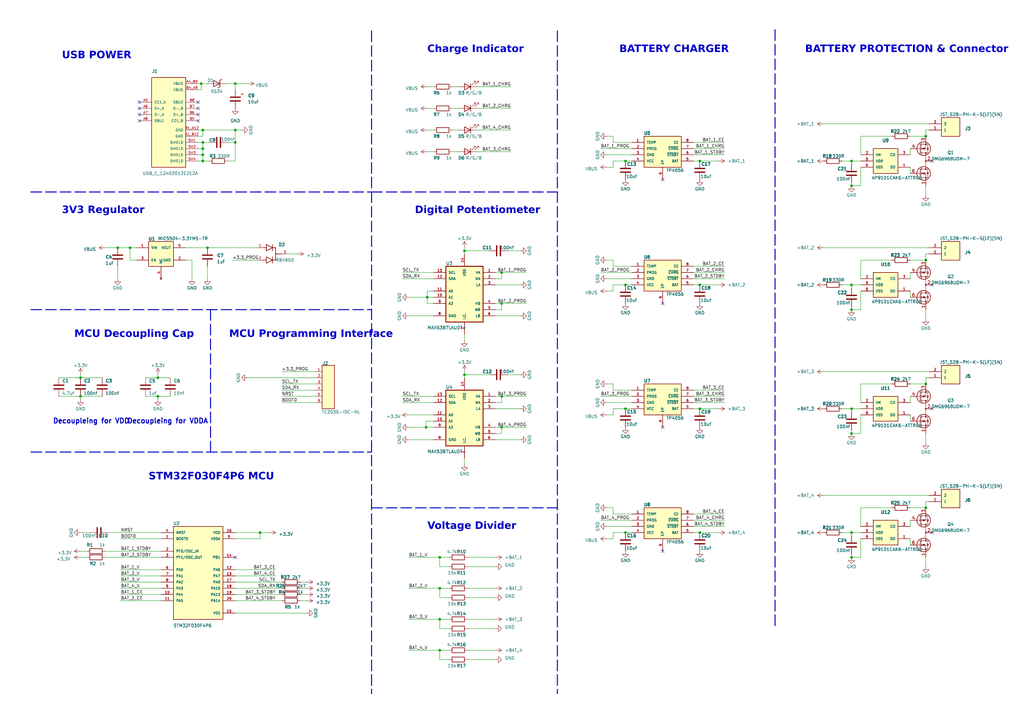
<source format=kicad_sch>
(kicad_sch (version 20230121) (generator eeschema)
  (paper "A3")
  (title_block (date "27/05/2023"))
  (junction (at 256.54 116.84))
  (junction (at 379.73 55.88))
  (junction (at 106.68 218.44))
  (junction (at 349.25 167.64))
  (junction (at 205.74 175.26))
  (junction (at 83.185 58.42))
  (junction (at 349.25 127))
  (junction (at 349.25 116.84))
  (junction (at 180.34 241.3))
  (junction (at 174.752 175.26))
  (junction (at 33.02 162.56))
  (junction (at 48.26 101.6))
  (junction (at 256.54 218.44))
  (junction (at 53.34 101.6))
  (junction (at 349.25 218.44))
  (junction (at 256.54 167.64))
  (junction (at 287.02 116.84))
  (junction (at 349.25 228.6))
  (junction (at 205.74 111.76))
  (junction (at 83.185 63.5))
  (junction (at 180.34 228.6))
  (junction (at 85.09 101.6))
  (junction (at 256.54 66.04))
  (junction (at 349.25 76.2))
  (junction (at 287.02 167.64))
  (junction (at 64.77 154.94))
  (junction (at 379.73 208.28))
  (junction (at 205.74 124.46))
  (junction (at 175.26 121.92))
  (junction (at 379.73 106.68))
  (junction (at 190.5 153.67))
  (junction (at 96.52 58.42))
  (junction (at 64.77 162.56))
  (junction (at 349.25 177.8))
  (junction (at 349.25 66.04))
  (junction (at 205.74 162.56))
  (junction (at 83.185 66.04))
  (junction (at 96.52 34.29))
  (junction (at 379.73 157.48))
  (junction (at 287.02 66.04))
  (junction (at 287.02 218.44))
  (junction (at 180.34 266.7))
  (junction (at 82.55 34.29))
  (junction (at 33.02 154.94))
  (junction (at 180.34 254))
  (junction (at 83.185 60.96))
  (junction (at 190.5 102.87))
  (junction (at 96.52 53.34))
  (junction (at 83.185 53.34))
  (no_connect (at 271.78 175.26))
  (no_connect (at 81.28 49.53))
  (no_connect (at 271.78 124.46))
  (no_connect (at 57.15 49.53))
  (no_connect (at 382.27 116.84))
  (no_connect (at 81.28 46.99))
  (no_connect (at 57.15 41.91))
  (no_connect (at 96.52 228.6))
  (no_connect (at 57.15 44.45))
  (no_connect (at 382.27 218.44))
  (no_connect (at 382.27 66.04))
  (no_connect (at 271.78 226.06))
  (no_connect (at 271.78 73.66))
  (no_connect (at 382.27 167.64))
  (no_connect (at 81.28 41.91))
  (no_connect (at 57.15 46.99))
  (no_connect (at 81.28 44.45))
  (wire (pts (xy 248.92 114.3) (xy 259.08 114.3)))
  (wire (pts (xy 373.38 213.36) (xy 373.38 215.9)))
  (wire (pts (xy 106.68 220.98) (xy 106.68 218.44)))
  (wire (pts (xy 174.752 172.72) (xy 174.752 175.26)))
  (wire (pts (xy 373.38 119.38) (xy 373.38 121.92)))
  (wire (pts (xy 379.73 104.14) (xy 379.73 106.68)))
  (wire (pts (xy 82.55 34.29) (xy 85.09 34.29)))
  (wire (pts (xy 129.54 165.1) (xy 115.57 165.1)))
  (wire (pts (xy 175.26 121.92) (xy 177.8 121.92)))
  (wire (pts (xy 165.1 165.1) (xy 177.8 165.1)))
  (wire (pts (xy 205.74 111.76) (xy 205.74 114.3)))
  (wire (pts (xy 115.57 162.56) (xy 129.54 162.56)))
  (wire (pts (xy 81.28 53.34) (xy 83.185 53.34)))
  (wire (pts (xy 284.48 215.9) (xy 297.18 215.9)))
  (wire (pts (xy 379.73 232.41) (xy 379.73 228.6)))
  (wire (pts (xy 373.38 106.68) (xy 379.73 106.68)))
  (wire (pts (xy 203.2 228.6) (xy 191.77 228.6)))
  (wire (pts (xy 96.52 236.22) (xy 113.03 236.22)))
  (wire (pts (xy 165.1 114.3) (xy 177.8 114.3)))
  (wire (pts (xy 345.44 218.44) (xy 349.25 218.44)))
  (wire (pts (xy 49.53 246.38) (xy 66.04 246.38)))
  (wire (pts (xy 259.08 210.82) (xy 251.46 210.82)))
  (wire (pts (xy 248.92 215.9) (xy 259.08 215.9)))
  (wire (pts (xy 205.74 114.3) (xy 203.2 114.3)))
  (wire (pts (xy 203.2 180.34) (xy 213.36 180.34)))
  (wire (pts (xy 129.54 152.4) (xy 115.57 152.4)))
  (wire (pts (xy 167.64 180.34) (xy 177.8 180.34)))
  (wire (pts (xy 82.55 34.29) (xy 82.55 36.83)))
  (wire (pts (xy 123.19 238.76) (xy 125.73 238.76)))
  (wire (pts (xy 83.185 58.42) (xy 85.852 58.42)))
  (wire (pts (xy 345.44 66.04) (xy 349.25 66.04)))
  (wire (pts (xy 248.92 165.1) (xy 259.08 165.1)))
  (wire (pts (xy 379.73 53.34) (xy 379.73 55.88)))
  (wire (pts (xy 337.82 50.8) (xy 381 50.8)))
  (wire (pts (xy 349.25 218.44) (xy 353.06 218.44)))
  (wire (pts (xy 180.34 257.81) (xy 180.34 254)))
  (wire (pts (xy 373.38 55.88) (xy 379.73 55.88)))
  (wire (pts (xy 184.15 232.41) (xy 180.34 232.41)))
  (wire (pts (xy 248.92 208.28) (xy 251.46 208.28)))
  (wire (pts (xy 49.53 236.22) (xy 66.04 236.22)))
  (wire (pts (xy 190.5 102.87) (xy 200.66 102.87)))
  (wire (pts (xy 287.02 167.64) (xy 294.64 167.64)))
  (wire (pts (xy 251.46 116.84) (xy 256.54 116.84)))
  (wire (pts (xy 33.02 162.56) (xy 41.91 162.56)))
  (wire (pts (xy 59.69 154.94) (xy 64.77 154.94)))
  (wire (pts (xy 175.26 62.23) (xy 177.8 62.23)))
  (wire (pts (xy 83.185 53.34) (xy 83.185 55.88)))
  (wire (pts (xy 49.53 233.68) (xy 66.04 233.68)))
  (wire (pts (xy 284.48 213.36) (xy 297.18 213.36)))
  (wire (pts (xy 205.74 124.46) (xy 205.74 127)))
  (wire (pts (xy 365.76 106.68) (xy 353.06 106.68)))
  (wire (pts (xy 174.752 175.26) (xy 177.8 175.26)))
  (wire (pts (xy 381 53.34) (xy 379.73 53.34)))
  (wire (pts (xy 203.2 116.84) (xy 213.36 116.84)))
  (wire (pts (xy 83.185 55.88) (xy 81.28 55.88)))
  (wire (pts (xy 195.58 62.23) (xy 209.55 62.23)))
  (wire (pts (xy 180.34 254) (xy 167.64 254)))
  (wire (pts (xy 203.2 254) (xy 191.77 254)))
  (wire (pts (xy 208.28 153.67) (xy 213.36 153.67)))
  (wire (pts (xy 96.52 66.04) (xy 93.345 66.04)))
  (wire (pts (xy 284.48 210.82) (xy 297.18 210.82)))
  (wire (pts (xy 96.52 58.42) (xy 96.52 66.04)))
  (wire (pts (xy 349.25 228.6) (xy 349.25 227.33)))
  (wire (pts (xy 337.82 152.4) (xy 381 152.4)))
  (wire (pts (xy 203.2 167.64) (xy 213.36 167.64)))
  (wire (pts (xy 251.46 218.44) (xy 256.54 218.44)))
  (wire (pts (xy 83.185 66.04) (xy 85.725 66.04)))
  (wire (pts (xy 349.25 228.6) (xy 353.06 228.6)))
  (wire (pts (xy 177.8 119.38) (xy 175.26 119.38)))
  (wire (pts (xy 180.34 232.41) (xy 180.34 228.6)))
  (wire (pts (xy 185.42 53.34) (xy 187.96 53.34)))
  (wire (pts (xy 248.92 157.48) (xy 251.46 157.48)))
  (wire (pts (xy 205.74 127) (xy 203.2 127)))
  (wire (pts (xy 205.74 175.26) (xy 205.74 177.8)))
  (wire (pts (xy 81.28 63.5) (xy 83.185 63.5)))
  (wire (pts (xy 129.54 157.48) (xy 115.57 157.48)))
  (wire (pts (xy 190.5 101.6) (xy 190.5 102.87)))
  (wire (pts (xy 190.5 153.67) (xy 200.66 153.67)))
  (wire (pts (xy 205.74 162.56) (xy 205.74 165.1)))
  (polyline (pts (xy 317.881 12.192) (xy 317.881 257.302)) (stroke (width 0.4) (type dash)))
  (wire (pts (xy 167.64 170.18) (xy 177.8 170.18)))
  (wire (pts (xy 24.13 154.94) (xy 33.02 154.94)))
  (wire (pts (xy 284.48 114.3) (xy 297.18 114.3)))
  (wire (pts (xy 96.52 243.84) (xy 115.57 243.84)))
  (polyline (pts (xy 12.7 78.74) (xy 152.4 78.74)) (stroke (width 0.4) (type dash)))
  (wire (pts (xy 248.92 63.5) (xy 259.08 63.5)))
  (wire (pts (xy 203.2 245.11) (xy 191.77 245.11)))
  (wire (pts (xy 349.25 127) (xy 353.06 127)))
  (wire (pts (xy 43.18 101.6) (xy 48.26 101.6)))
  (wire (pts (xy 205.74 162.56) (xy 203.2 162.56)))
  (wire (pts (xy 353.06 68.58) (xy 353.06 76.2)))
  (wire (pts (xy 337.82 203.2) (xy 381 203.2)))
  (wire (pts (xy 184.15 254) (xy 180.34 254)))
  (wire (pts (xy 175.26 124.46) (xy 177.8 124.46)))
  (wire (pts (xy 379.73 130.81) (xy 379.73 127)))
  (wire (pts (xy 165.1 162.56) (xy 177.8 162.56)))
  (wire (pts (xy 167.64 175.26) (xy 174.752 175.26)))
  (wire (pts (xy 81.28 66.04) (xy 83.185 66.04)))
  (wire (pts (xy 349.25 67.31) (xy 349.25 66.04)))
  (wire (pts (xy 205.74 124.46) (xy 215.9 124.46)))
  (wire (pts (xy 184.15 257.81) (xy 180.34 257.81)))
  (wire (pts (xy 373.38 208.28) (xy 379.73 208.28)))
  (wire (pts (xy 349.25 177.8) (xy 349.25 176.53)))
  (wire (pts (xy 248.92 170.18) (xy 251.46 170.18)))
  (wire (pts (xy 76.2 101.6) (xy 85.09 101.6)))
  (wire (pts (xy 53.34 106.68) (xy 53.34 101.6)))
  (wire (pts (xy 175.26 121.92) (xy 175.26 124.46)))
  (wire (pts (xy 167.64 121.92) (xy 175.26 121.92)))
  (wire (pts (xy 123.19 241.3) (xy 125.73 241.3)))
  (wire (pts (xy 246.38 111.76) (xy 259.08 111.76)))
  (wire (pts (xy 251.46 66.04) (xy 251.46 68.58)))
  (wire (pts (xy 92.71 34.29) (xy 96.52 34.29)))
  (wire (pts (xy 184.15 241.3) (xy 180.34 241.3)))
  (wire (pts (xy 48.26 101.6) (xy 53.34 101.6)))
  (wire (pts (xy 190.5 152.4) (xy 190.5 153.67)))
  (wire (pts (xy 121.92 104.14) (xy 118.11 104.14)))
  (wire (pts (xy 190.5 153.67) (xy 190.5 154.94)))
  (wire (pts (xy 64.77 162.56) (xy 64.77 163.83)))
  (wire (pts (xy 259.08 160.02) (xy 251.46 160.02)))
  (wire (pts (xy 251.46 210.82) (xy 251.46 208.28)))
  (wire (pts (xy 203.2 270.51) (xy 191.77 270.51)))
  (wire (pts (xy 195.58 44.45) (xy 209.55 44.45)))
  (wire (pts (xy 83.185 60.96) (xy 83.185 63.5)))
  (wire (pts (xy 96.52 251.46) (xy 125.73 251.46)))
  (wire (pts (xy 205.74 162.56) (xy 215.9 162.56)))
  (polyline (pts (xy 12.7 185.42) (xy 152.4 185.42)) (stroke (width 0.4) (type dash)))
  (wire (pts (xy 251.46 58.42) (xy 251.46 55.88)))
  (polyline (pts (xy 12.7 127) (xy 152.4 127)) (stroke (width 0.4) (type dash)))
  (wire (pts (xy 349.25 167.64) (xy 353.06 167.64)))
  (wire (pts (xy 53.34 101.6) (xy 55.88 101.6)))
  (wire (pts (xy 259.08 66.04) (xy 256.54 66.04)))
  (wire (pts (xy 95.25 106.68) (xy 105.41 106.68)))
  (wire (pts (xy 284.48 160.02) (xy 297.18 160.02)))
  (wire (pts (xy 259.08 58.42) (xy 251.46 58.42)))
  (wire (pts (xy 246.38 213.36) (xy 259.08 213.36)))
  (wire (pts (xy 96.52 220.98) (xy 106.68 220.98)))
  (wire (pts (xy 256.54 218.44) (xy 259.08 218.44)))
  (wire (pts (xy 365.76 157.48) (xy 353.06 157.48)))
  (wire (pts (xy 83.185 58.42) (xy 83.185 60.96)))
  (wire (pts (xy 373.38 170.18) (xy 373.38 172.72)))
  (wire (pts (xy 284.48 66.04) (xy 287.02 66.04)))
  (wire (pts (xy 365.76 55.88) (xy 353.06 55.88)))
  (polyline (pts (xy 152.4 12.7) (xy 152.4 284.48)) (stroke (width 0.4) (type dash)))
  (wire (pts (xy 96.52 53.34) (xy 99.06 53.34)))
  (wire (pts (xy 381 104.14) (xy 379.73 104.14)))
  (wire (pts (xy 96.52 34.29) (xy 96.52 36.83)))
  (wire (pts (xy 205.74 124.46) (xy 203.2 124.46)))
  (wire (pts (xy 353.06 157.48) (xy 353.06 165.1)))
  (wire (pts (xy 353.06 220.98) (xy 353.06 228.6)))
  (wire (pts (xy 349.25 168.91) (xy 349.25 167.64)))
  (wire (pts (xy 83.185 53.34) (xy 96.52 53.34)))
  (wire (pts (xy 203.2 129.54) (xy 213.36 129.54)))
  (wire (pts (xy 184.15 228.6) (xy 180.34 228.6)))
  (wire (pts (xy 33.02 228.6) (xy 35.56 228.6)))
  (wire (pts (xy 287.02 116.84) (xy 294.64 116.84)))
  (wire (pts (xy 59.69 162.56) (xy 64.77 162.56)))
  (wire (pts (xy 125.73 243.84) (xy 123.19 243.84)))
  (wire (pts (xy 78.74 106.68) (xy 76.2 106.68)))
  (polyline (pts (xy 152.4 208.28) (xy 228.6 208.28)) (stroke (width 0.4) (type dash)))
  (wire (pts (xy 190.5 187.96) (xy 190.5 190.5)))
  (wire (pts (xy 345.44 116.84) (xy 349.25 116.84)))
  (wire (pts (xy 287.02 218.44) (xy 294.64 218.44)))
  (wire (pts (xy 96.52 53.34) (xy 96.52 58.42)))
  (wire (pts (xy 64.77 162.56) (xy 69.85 162.56)))
  (wire (pts (xy 78.74 114.3) (xy 78.74 106.68)))
  (wire (pts (xy 93.472 58.42) (xy 96.52 58.42)))
  (polyline (pts (xy 228.6 12.7) (xy 228.6 284.48)) (stroke (width 0.4) (type dash)))
  (wire (pts (xy 284.48 165.1) (xy 297.18 165.1)))
  (wire (pts (xy 248.92 55.88) (xy 251.46 55.88)))
  (wire (pts (xy 381 205.74) (xy 379.73 205.74)))
  (wire (pts (xy 284.48 60.96) (xy 297.18 60.96)))
  (wire (pts (xy 49.53 243.84) (xy 66.04 243.84)))
  (wire (pts (xy 190.5 137.16) (xy 190.5 139.7)))
  (wire (pts (xy 379.73 154.94) (xy 379.73 157.48)))
  (wire (pts (xy 256.54 66.04) (xy 251.46 66.04)))
  (wire (pts (xy 251.46 160.02) (xy 251.46 157.48)))
  (wire (pts (xy 284.48 218.44) (xy 287.02 218.44)))
  (wire (pts (xy 349.25 219.71) (xy 349.25 218.44)))
  (wire (pts (xy 174.752 172.72) (xy 177.8 172.72)))
  (wire (pts (xy 284.48 162.56) (xy 297.18 162.56)))
  (wire (pts (xy 81.28 60.96) (xy 83.185 60.96)))
  (wire (pts (xy 36.83 218.44) (xy 33.02 218.44)))
  (wire (pts (xy 248.92 119.38) (xy 251.46 119.38)))
  (wire (pts (xy 284.48 58.42) (xy 297.18 58.42)))
  (wire (pts (xy 349.25 127) (xy 349.25 125.73)))
  (wire (pts (xy 33.02 162.56) (xy 33.02 163.83)))
  (wire (pts (xy 49.53 220.98) (xy 66.04 220.98)))
  (wire (pts (xy 175.26 53.34) (xy 177.8 53.34)))
  (wire (pts (xy 251.46 220.98) (xy 251.46 218.44)))
  (wire (pts (xy 373.38 162.56) (xy 373.38 165.1)))
  (wire (pts (xy 208.28 102.87) (xy 213.36 102.87)))
  (wire (pts (xy 184.15 266.7) (xy 180.34 266.7)))
  (wire (pts (xy 184.15 245.11) (xy 180.34 245.11)))
  (wire (pts (xy 353.06 119.38) (xy 353.06 127)))
  (wire (pts (xy 349.25 76.2) (xy 353.06 76.2)))
  (wire (pts (xy 284.48 111.76) (xy 297.18 111.76)))
  (wire (pts (xy 345.44 167.64) (xy 349.25 167.64)))
  (wire (pts (xy 48.26 109.22) (xy 48.26 114.3)))
  (wire (pts (xy 175.26 44.45) (xy 177.8 44.45)))
  (wire (pts (xy 167.64 129.54) (xy 177.8 129.54)))
  (wire (pts (xy 175.26 35.56) (xy 177.8 35.56)))
  (wire (pts (xy 353.06 170.18) (xy 353.06 177.8)))
  (wire (pts (xy 373.38 68.58) (xy 373.38 71.12)))
  (wire (pts (xy 85.09 109.22) (xy 85.09 114.3)))
  (wire (pts (xy 251.46 68.58) (xy 248.92 68.58)))
  (wire (pts (xy 129.54 154.94) (xy 101.6 154.94)))
  (wire (pts (xy 256.54 167.64) (xy 259.08 167.64)))
  (wire (pts (xy 373.38 220.98) (xy 373.38 223.52)))
  (wire (pts (xy 49.53 238.76) (xy 66.04 238.76)))
  (wire (pts (xy 190.5 102.87) (xy 190.5 104.14)))
  (wire (pts (xy 353.06 55.88) (xy 353.06 63.5)))
  (wire (pts (xy 44.45 218.44) (xy 66.04 218.44)))
  (wire (pts (xy 251.46 109.22) (xy 251.46 106.68)))
  (wire (pts (xy 373.38 60.96) (xy 373.38 63.5)))
  (wire (pts (xy 246.38 60.96) (xy 259.08 60.96)))
  (wire (pts (xy 379.73 80.01) (xy 379.73 76.2)))
  (wire (pts (xy 246.38 162.56) (xy 259.08 162.56)))
  (wire (pts (xy 256.54 116.84) (xy 259.08 116.84)))
  (wire (pts (xy 287.02 66.04) (xy 294.64 66.04)))
  (wire (pts (xy 180.34 270.51) (xy 180.34 266.7)))
  (wire (pts (xy 49.53 241.3) (xy 66.04 241.3)))
  (wire (pts (xy 379.73 205.74) (xy 379.73 208.28)))
  (wire (pts (xy 24.13 162.56) (xy 33.02 162.56)))
  (wire (pts (xy 180.34 245.11) (xy 180.34 241.3)))
  (wire (pts (xy 96.52 218.44) (xy 106.68 218.44)))
  (wire (pts (xy 33.02 154.94) (xy 41.91 154.94)))
  (wire (pts (xy 43.18 226.06) (xy 66.04 226.06)))
  (wire (pts (xy 379.73 181.61) (xy 379.73 177.8)))
  (wire (pts (xy 349.25 118.11) (xy 349.25 116.84)))
  (wire (pts (xy 96.52 233.68) (xy 113.03 233.68)))
  (wire (pts (xy 180.34 228.6) (xy 167.64 228.6)))
  (wire (pts (xy 180.34 266.7) (xy 167.64 266.7)))
  (wire (pts (xy 81.28 58.42) (xy 83.185 58.42)))
  (wire (pts (xy 195.58 53.34) (xy 209.55 53.34)))
  (wire (pts (xy 337.82 101.6) (xy 381 101.6)))
  (wire (pts (xy 43.18 228.6) (xy 66.04 228.6)))
  (wire (pts (xy 125.73 246.38) (xy 123.19 246.38)))
  (polyline (pts (xy 152.4 78.74) (xy 228.6 78.74)) (stroke (width 0.4) (type dash)))
  (wire (pts (xy 205.74 177.8) (xy 203.2 177.8)))
  (wire (pts (xy 381 154.94) (xy 379.73 154.94)))
  (wire (pts (xy 203.2 241.3) (xy 191.77 241.3)))
  (wire (pts (xy 365.76 208.28) (xy 353.06 208.28)))
  (wire (pts (xy 251.46 170.18) (xy 251.46 167.64)))
  (wire (pts (xy 185.42 35.56) (xy 187.96 35.56)))
  (wire (pts (xy 96.52 246.38) (xy 115.57 246.38)))
  (wire (pts (xy 96.52 238.76) (xy 115.57 238.76)))
  (wire (pts (xy 205.74 111.76) (xy 203.2 111.76)))
  (wire (pts (xy 353.06 208.28) (xy 353.06 215.9)))
  (wire (pts (xy 82.55 36.83) (xy 81.28 36.83)))
  (wire (pts (xy 64.77 154.94) (xy 69.85 154.94)))
  (wire (pts (xy 185.42 44.45) (xy 187.96 44.45)))
  (wire (pts (xy 82.55 34.29) (xy 81.28 34.29)))
  (wire (pts (xy 83.185 63.5) (xy 83.185 66.04)))
  (polyline (pts (xy 86.36 127) (xy 86.36 185.42)) (stroke (width 0.4) (type dash)))
  (wire (pts (xy 64.77 153.67) (xy 64.77 154.94)))
  (wire (pts (xy 373.38 111.76) (xy 373.38 114.3)))
  (wire (pts (xy 96.52 34.29) (xy 101.6 34.29)))
  (wire (pts (xy 185.42 62.23) (xy 187.96 62.23)))
  (wire (pts (xy 180.34 241.3) (xy 167.64 241.3)))
  (wire (pts (xy 106.68 218.44) (xy 110.49 218.44)))
  (wire (pts (xy 373.38 157.48) (xy 379.73 157.48)))
  (wire (pts (xy 353.06 106.68) (xy 353.06 114.3)))
  (wire (pts (xy 284.48 116.84) (xy 287.02 116.84)))
  (wire (pts (xy 349.25 116.84) (xy 353.06 116.84)))
  (wire (pts (xy 195.58 35.56) (xy 209.55 35.56)))
  (wire (pts (xy 349.25 177.8) (xy 353.06 177.8)))
  (wire (pts (xy 259.08 109.22) (xy 251.46 109.22)))
  (wire (pts (xy 251.46 167.64) (xy 256.54 167.64)))
  (wire (pts (xy 349.25 76.2) (xy 349.25 74.93)))
  (wire (pts (xy 205.74 175.26) (xy 215.9 175.26)))
  (wire (pts (xy 251.46 119.38) (xy 251.46 116.84)))
  (wire (pts (xy 251.46 106.68) (xy 248.92 106.68)))
  (wire (pts (xy 96.52 241.3) (xy 115.57 241.3)))
  (wire (pts (xy 55.88 106.68) (xy 53.34 106.68)))
  (wire (pts (xy 129.54 160.02) (xy 115.57 160.02)))
  (wire (pts (xy 284.48 167.64) (xy 287.02 167.64)))
  (wire (pts (xy 248.92 220.98) (xy 251.46 220.98)))
  (wire (pts (xy 205.74 175.26) (xy 203.2 175.26)))
  (wire (pts (xy 85.09 101.6) (xy 105.41 101.6)))
  (wire (pts (xy 205.74 165.1) (xy 203.2 165.1)))
  (wire (pts (xy 203.2 257.81) (xy 191.77 257.81)))
  (wire (pts (xy 165.1 111.76) (xy 177.8 111.76)))
  (wire (pts (xy 205.74 111.76) (xy 215.9 111.76)))
  (wire (pts (xy 284.48 63.5) (xy 297.18 63.5)))
  (wire (pts (xy 284.48 109.22) (xy 297.18 109.22)))
  (wire (pts (xy 203.2 266.7) (xy 191.77 266.7)))
  (wire (pts (xy 33.02 153.67) (xy 33.02 154.94)))
  (wire (pts (xy 203.2 232.41) (xy 191.77 232.41)))
  (wire (pts (xy 184.15 270.51) (xy 180.34 270.51)))
  (wire (pts (xy 33.02 226.06) (xy 35.56 226.06)))
  (wire (pts (xy 349.25 66.04) (xy 353.06 66.04)))
  (wire (pts (xy 175.26 119.38) (xy 175.26 121.92)))
  (text "STM32F030F4P6 MCU\n" (at 60.96 198.12 0) (effects (font (size 3 3) (thickness 0.6) bold) (justify left bottom)))
  (text "Charge Indicator\n" (at 175.26 22.86 0) (effects (font (size 3 3) (thickness 0.6) bold) (justify left bottom)))
  (text "Voltage Divider\n" (at 175.26 218.44 0) (effects (font (size 3 3) (thickness 0.6) bold) (justify left bottom)))
  (text "MCU Programming Interface" (at 93.98 139.7 0) (effects (font (size 3 3) (thickness 0.6) bold) (justify left bottom)))
  (text "USB POWER\n" (at 25.4 25.4 0) (effects (font (size 3 3) (thickness 1) bold) (justify left bottom)))
  (text "Decoupleing for VDDA" (at 52.07 173.99 0) (effects (font (size 2 2) (thickness 0.4) bold) (justify left bottom)))
  (text "BATTERY PROTECTION & Connector\n" (at 330.2 22.86 0) (effects (font (size 3 3) (thickness 0.6) bold) (justify left bottom)))
  (text "3V3 Regulator" (at 25.4 88.9 0) (effects (font (size 3 3) (thickness 0.6) bold) (justify left bottom)))
  (text "Digital Potentiometer" (at 170.18 88.9 0) (effects (font (size 3 3) (thickness 0.6) bold) (justify left bottom)))
  (text "BATTERY CHARGER" (at 254 22.86 0) (effects (font (size 3 3) (thickness 0.6) bold) (justify left bottom)))
  (text "Decoupleing for VDD\n" (at 21.59 173.99 0) (effects (font (size 2 2) (thickness 0.4) bold) (justify left bottom)))
  (text "MCU Decoupling Cap" (at 30.48 139.7 0) (effects (font (size 3 3) (thickness 0.6) bold) (justify left bottom)))
  (label "BAT_2_CE" (at 49.53 246.38 0))
  (label "SCL_TX" (at 115.57 157.48 0))
  (label "BAT_1_CHRG" (at 209.55 35.56 180))
  (label "BAT_1_V" (at 49.53 233.68 0))
  (label "BAT_2_PROG" (at 215.9 124.46 180))
  (label "BAT_3_CE" (at 113.03 233.68 180))
  (label "BAT_4_STDBY" (at 297.18 215.9 180))
  (label "BAT_2_PROG" (at 246.38 111.76 0))
  (label "BAT_4_CHRG" (at 297.18 213.36 180))
  (label "BAT_4_CHRG" (at 209.55 53.34 180))
  (label "BAT_3_STDBY" (at 297.18 165.1 180))
  (label "BAT_2_CHRG" (at 297.18 111.76 180))
  (label "BAT_1_CHRG" (at 297.18 60.96 180))
  (label "BAT_4_V" (at 49.53 241.3 0))
  (label "BAT_1_CE" (at 297.18 58.42 180))
  (label "BAT_1_V" (at 167.64 228.6 0))
  (label "BAT_4_PROG" (at 215.9 175.26 180))
  (label "BAT_3_PROG" (at 215.9 162.56 180))
  (label "BOOT0" (at 115.57 165.1 0))
  (label "BAT_3_STDBY" (at 113.03 243.84 180))
  (label "+3.3_PROG" (at 115.57 152.4 0))
  (label "BAT_4_STDBY" (at 113.03 246.38 180))
  (label "BAT_2_STDBY" (at 297.18 114.3 180))
  (label "BAT_3_CE" (at 297.18 160.02 180))
  (label "SCL_TX" (at 165.1 162.56 0))
  (label "BAT_2_CHRG" (at 209.55 44.45 180))
  (label "BAT_3_V" (at 49.53 238.76 0))
  (label "SDA_RX" (at 115.57 160.02 0))
  (label "+3.3_PROG" (at 95.25 106.68 0))
  (label "NRST" (at 49.53 218.44 0))
  (label "BAT_1_STDBY" (at 297.18 63.5 180))
  (label "BAT_3_CHRG" (at 297.18 162.56 180))
  (label "BAT_3_V" (at 167.64 254 0))
  (label "BAT_3_CHRG" (at 209.55 62.23 180))
  (label "SCL_TX" (at 113.03 238.76 180))
  (label "BAT_2_CE" (at 297.18 109.22 180))
  (label "BAT_2_V" (at 49.53 236.22 0))
  (label "SCL_TX" (at 165.1 111.76 0))
  (label "BAT_1_CE" (at 49.53 243.84 0))
  (label "SDA_RX" (at 165.1 165.1 0))
  (label "BAT_2_V" (at 167.64 241.3 0))
  (label "BAT_2_STDBY" (at 49.53 228.6 0))
  (label "BAT_1_STDBY" (at 49.53 226.06 0))
  (label "BAT_4_PROG" (at 246.38 213.36 0))
  (label "BAT_3_PROG" (at 246.38 162.56 0))
  (label "BAT_4_V" (at 167.64 266.7 0))
  (label "SDA_RX" (at 113.03 241.3 180))
  (label "BOOT0" (at 49.53 220.98 0))
  (label "SDA_RX" (at 165.1 114.3 0))
  (label "BAT_4_CE" (at 113.03 236.22 180))
  (label "BAT_1_PROG" (at 215.9 111.76 180))
  (label "NRST" (at 115.57 162.56 0))
  (label "BAT_4_CE" (at 297.18 210.82 180))
  (label "BAT_1_PROG" (at 246.38 60.96 0))
  (symbol (lib_id "MechAsh_Library:AP9101CAK6-ATTRG1") (at 363.22 218.44 0) (unit 1)
    (property "Reference" "U12" (at 363.22 210.058 0) (effects (font bold)))
    (property "Value" "AP9101CAK6-ATTRG1" (at 357.505 226.06 0) (effects (justify left bottom)))
    (property "Footprint" "MechAsh_Footprint_Library:SOT-23-6" (effects hide))
    (property "MANUFACTURER" "Diodes Incorporated" (effects hide))
  )
  (symbol (lib_id "MechAsh_Library:R_0603") (at 341.63 116.84 0) (unit 1)
    (property "Reference" "R19" (at 339.2749 114.8293 0) (effects (font bold)))
    (property "Value" "330R" (at 343.8494 114.8293 0))
    (property "Footprint" "MechAsh_Footprint_Library:R_0603" (effects hide))
  )
  (symbol (lib_id "MechAsh_Library:+BAT_1") (at 337.82 50.8 90) (unit 1)
    (property "Reference" "#PWR072" (effects hide))
    (property "Value" "+BAT_1" (at 334.01 50.8 90) (effects (justify left)))
  )
  (symbol (lib_id "power:+3.3V") (at 110.49 218.44 270) (unit 1)
    (property "Reference" "#PWR016" (effects hide))
    (property "Value" "+3.3V" (at 114.3 219.075 90) (effects (justify left)))
  )
  (symbol (lib_id "MechAsh_Library:TP4056") (at 271.78 66.04 0) (unit 1)
    (property "Reference" "U5" (at 265.43 54.61 0) (effects (font bold)))
    (property "Value" "TP4056" (at 276.86 69.85 0))
    (property "Footprint" "MechAsh_Footprint_Library:SOP8-EP" (effects hide))
  )
  (symbol (lib_id "power:+3.3V") (at 64.77 153.67 0) (unit 1)
    (property "Reference" "#PWR07" (effects hide))
    (property "Value" "+3.3V" (at 64.77 149.86 0))
  )
  (symbol (lib_id "MechAsh_Library:C_0603") (at 204.47 153.67 90) (unit 1)
    (property "Reference" "C12" (at 201.93 152.4 90) (effects (font bold) (justify left)))
    (property "Value" "100nf" (at 210.82 152.4 90) (effects (justify left)))
    (property "Footprint" "MechAsh_Footprint_Library:C_0603" (effects hide))
  )
  (symbol (lib_id "power:GND") (at 33.02 163.83 0) (unit 1)
    (property "Reference" "#PWR02" (effects hide))
    (property "Value" "GND" (at 33.02 167.64 0))
  )
  (symbol (lib_id "power:GND") (at 78.74 114.3 0) (unit 1)
    (property "Reference" "#PWR09" (effects hide))
    (property "Value" "GND" (at 78.74 118.11 0))
  )
  (symbol (lib_id "MechAsh_Library:R_0603") (at 187.96 266.7 180) (unit 1)
    (property "Reference" "R16" (at 189.23 264.414 0) (effects (font bold)))
    (property "Value" "4.7k" (at 185.42 264.414 0))
    (property "Footprint" "MechAsh_Footprint_Library:R_0603" (effects hide))
  )
  (symbol (lib_id "MechAsh_Library:C_0603") (at 85.09 105.41 0) (unit 1)
    (property "Reference" "C7" (at 88.9 104.775 0) (effects (font bold) (justify left)))
    (property "Value" "1uf" (at 88.9 107.315 0) (effects (justify left)))
    (property "Footprint" "MechAsh_Footprint_Library:C_0603" (effects hide))
  )
  (symbol (lib_id "power:VBUS") (at 175.26 53.34 90) (unit 1)
    (property "Reference" "#PWR028" (effects hide))
    (property "Value" "VBUS" (at 171.45 53.975 90) (effects (justify left)))
  )
  (symbol (lib_id "MechAsh_Library:R_0603") (at 369.57 208.28 0) (unit 1)
    (property "Reference" "R25" (at 367.2149 206.2693 0) (effects (font bold)))
    (property "Value" "2k7" (at 371.7894 206.2693 0))
    (property "Footprint" "MechAsh_Footprint_Library:R_0603" (effects hide))
  )
  (symbol (lib_id "MechAsh_Library:C_0603") (at 69.85 158.75 0) (unit 1)
    (property "Reference" "C6" (at 71.12 156.21 0) (effects (font bold) (justify left)))
    (property "Value" "10nf" (at 71.12 161.29 0) (effects (justify left)))
    (property "Footprint" "MechAsh_Footprint_Library:C_0603" (effects hide))
  )
  (symbol (lib_id "MechAsh_Library:+BAT_2") (at 337.82 101.6 90) (unit 1)
    (property "Reference" "#PWR074" (effects hide))
    (property "Value" "+BAT_2" (at 334.01 101.6 90) (effects (justify left)))
  )
  (symbol (lib_id "power:+3.3V") (at 33.02 228.6 90) (unit 1)
    (property "Reference" "#PWR04" (effects hide))
    (property "Value" "+3.3V" (at 28.956 229.235 90) (effects (justify left)))
  )
  (symbol (lib_id "MechAsh_Library:R_0603") (at 119.38 246.38 180) (unit 1)
    (property "Reference" "R5" (at 118.11 248.92 0) (effects (font bold)))
    (property "Value" "1k" (at 121.92 248.92 0))
    (property "Footprint" "MechAsh_Footprint_Library:R_0603" (effects hide))
  )
  (symbol (lib_id "power:GND") (at 213.36 180.34 90) (unit 1)
    (property "Reference" "#PWR047" (effects hide))
    (property "Value" "GND" (at 217.17 180.34 0))
  )
  (symbol (lib_id "MechAsh_Library:+BAT_4") (at 294.64 218.44 270) (unit 1)
    (property "Reference" "#PWR071" (effects hide))
    (property "Value" "+BAT_4" (at 298.45 218.44 90) (effects (justify left)))
  )
  (symbol (lib_id "power:GND") (at 203.2 270.51 90) (unit 1)
    (property "Reference" "#PWR041" (effects hide))
    (property "Value" "GND" (at 207.01 269.875 90) (effects (justify right)))
  )
  (symbol (lib_id "power:GND") (at 379.73 80.01 0) (unit 1)
    (property "Reference" "#PWR084" (effects hide))
    (property "Value" "GND" (at 379.73 83.82 0))
  )
  (symbol (lib_id "MechAsh_Library:R_0603") (at 187.96 245.11 180) (unit 1)
    (property "Reference" "R13" (at 189.23 247.65 0) (effects (font bold)))
    (property "Value" "15k" (at 185.42 247.65 0))
    (property "Footprint" "MechAsh_Footprint_Library:R_0603" (effects hide))
  )
  (symbol (lib_id "power:+3.3V") (at 190.5 152.4 0) (unit 1)
    (property "Reference" "#PWR032" (effects hide))
    (property "Value" "+3.3V" (at 190.5 148.59 0))
  )
  (symbol (lib_id "MechAsh_Library:C_0603") (at 41.91 158.75 0) (unit 1)
    (property "Reference" "C3" (at 43.18 156.21 0) (effects (font bold) (justify left)))
    (property "Value" "100nf" (at 43.18 161.29 0) (effects (justify left)))
    (property "Footprint" "MechAsh_Footprint_Library:C_0603" (effects hide))
  )
  (symbol (lib_id "MechAsh_Library:+BAT_4") (at 337.82 218.44 90) (unit 1)
    (property "Reference" "#PWR079" (effects hide))
    (property "Value" "+BAT_4" (at 334.01 218.44 90) (effects (justify left)))
  )
  (symbol (lib_id "power:GND") (at 213.36 129.54 90) (unit 1)
    (property "Reference" "#PWR044" (effects hide))
    (property "Value" "GND" (at 217.17 129.54 0))
  )
  (symbol (lib_id "MechAsh_Library:JST_S2B-PH-K-S(LF)(SN)") (at 391.16 53.34 0) (mirror x) (unit 1)
    (property "Reference" "J3" (at 395.605 52.705 0) (effects (font bold) (justify left)))
    (property "Value" "JST_S2B-PH-K-S(LF)(SN)" (at 385.318 46.228 0) (effects (justify left bottom)))
    (property "Footprint" "MechAsh_Footprint_Library:JST_S2B-PH-K-S(LF)(SN)" (effects hide))
    (property "MF" "JST Sales" (effects hide))
    (property "DESCRIPTION" "Connector Header Through Hole, Right Angle 2 position" (effects hide))
  )
  (symbol (lib_id "power:VBUS") (at 43.18 101.6 90) (unit 1)
    (property "Reference" "#PWR05" (effects hide))
    (property "Value" "VBUS" (at 39.37 102.235 90) (effects (justify left)))
  )
  (symbol (lib_id "power:GND") (at 64.77 163.83 0) (unit 1)
    (property "Reference" "#PWR08" (effects hide))
    (property "Value" "GND" (at 64.77 167.64 0))
  )
  (symbol (lib_id "power:GND") (at 213.36 116.84 90) (unit 1)
    (property "Reference" "#PWR043" (effects hide))
    (property "Value" "GND" (at 217.17 116.84 0))
  )
  (symbol (lib_id "MechAsh_Library:C_0603") (at 349.25 71.12 180) (unit 1)
    (property "Reference" "C21" (at 347.5389 69.2251 0) (effects (font bold) (justify left)))
    (property "Value" "100nf" (at 348.7289 73.3634 0) (effects (justify left)))
    (property "Footprint" "MechAsh_Footprint_Library:C_0603" (effects hide))
  )
  (symbol (lib_id "MechAsh_Library:+BAT_4") (at 337.82 203.2 90) (unit 1)
    (property "Reference" "#PWR078" (effects hide))
    (property "Value" "+BAT_4" (at 334.01 203.2 90) (effects (justify left)))
  )
  (symbol (lib_id "power:GND") (at 248.92 165.1 270) (unit 1)
    (property "Reference" "#PWR055" (effects hide))
    (property "Value" "GND" (at 245.11 165.1 0))
  )
  (symbol (lib_id "MechAsh_Library:+BAT_2") (at 337.82 116.84 90) (unit 1)
    (property "Reference" "#PWR075" (effects hide))
    (property "Value" "+BAT_2" (at 334.01 116.84 90) (effects (justify left)))
  )
  (symbol (lib_id "MechAsh_Library:+BAT_1") (at 294.64 66.04 270) (unit 1)
    (property "Reference" "#PWR068" (effects hide))
    (property "Value" "+BAT_1" (at 298.45 66.04 90) (effects (justify left)))
  )
  (symbol (lib_id "MechAsh_Library:R_0603") (at 119.38 238.76 0) (unit 1)
    (property "Reference" "R27" (at 117.0249 236.7493 0) (effects (font bold)))
    (property "Value" "2k7" (at 121.5994 236.7493 0))
    (property "Footprint" "MechAsh_Footprint_Library:R_0603" (effects hide))
  )
  (symbol (lib_id "MechAsh_Library:+BAT_3") (at 337.82 152.4 90) (unit 1)
    (property "Reference" "#PWR076" (effects hide))
    (property "Value" "+BAT_3" (at 334.01 152.4 90) (effects (justify left)))
  )
  (symbol (lib_id "power:GND") (at 379.73 232.41 0) (unit 1)
    (property "Reference" "#PWR087" (effects hide))
    (property "Value" "GND" (at 379.73 236.22 0))
  )
  (symbol (lib_id "power:GND") (at 248.92 63.5 270) (unit 1)
    (property "Reference" "#PWR049" (effects hide))
    (property "Value" "GND" (at 245.11 63.5 0))
  )
  (symbol (lib_id "MechAsh_Library:SD_SOT23_3") (at 110.49 104.14 270) (unit 1)
    (property "Reference" "D2" (at 115.57 100.33 90) (effects (font bold)))
    (property "Value" "RB495D" (at 116.84 106.68 90))
    (property "Footprint" "MechAsh_Footprint_Library:SOT-23-3" (effects hide))
  )
  (symbol (lib_id "MechAsh_Library:+BAT_4") (at 203.2 266.7 270) (unit 1)
    (property "Reference" "#PWR040" (effects hide))
    (property "Value" "+BAT_4" (at 207.01 266.7 90) (effects (justify left)))
  )
  (symbol (lib_id "power:+3.3V") (at 167.64 170.18 90) (unit 1)
    (property "Reference" "#PWR023" (effects hide))
    (property "Value" "+3.3V" (at 164.338 170.815 90) (effects (justify left)))
  )
  (symbol (lib_id "MechAsh_Library:MIC5504-3.3YM5_TR") (at 66.04 104.14 0) (unit 1)
    (property "Reference" "U1" (at 60.706 98.806 0) (effects (font bold) (justify left bottom)))
    (property "Value" "MIC5504-3.3YM5-TR" (at 64.77 98.552 0) (effects (justify left bottom)))
    (property "Footprint" "MechAsh_Footprint_Library:SOT-23-5" (effects hide))
    (property "STANDARD" "IPC-7351B" (effects hide))
    (property "MANUFACTURER" "Microchip" (effects hide))
  )
  (symbol (lib_id "MechAsh_Library:C_0603") (at 256.54 171.45 0) (unit 1)
    (property "Reference" "C15" (at 259.08 168.91 0) (effects (font bold)))
    (property "Value" "10uf" (at 259.08 173.99 0))
    (property "Footprint" "MechAsh_Footprint_Library:C_0603" (effects hide))
  )
  (symbol (lib_id "MechAsh_Library:USB_C_12402012E212A") (at 63.5 44.45 0) (unit 1)
    (property "Reference" "J1" (at 63.5 29.21 0) (effects (font bold)))
    (property "Value" "USB_C_12402012E212A" (at 69.85 71.12 0))
    (property "Footprint" "MechAsh_Footprint_Library:USB_C_12402012E212A" (effects hide))
  )
  (symbol (lib_id "power:GND") (at 349.25 177.8 0) (unit 1)
    (property "Reference" "#PWR082" (effects hide))
    (property "Value" "GND" (at 349.25 181.61 0))
  )
  (symbol (lib_id "MechAsh_Library:R_0603") (at 187.96 254 180) (unit 1)
    (property "Reference" "R14" (at 189.23 251.714 0) (effects (font bold)))
    (property "Value" "4.7k" (at 185.42 251.714 0))
    (property "Footprint" "MechAsh_Footprint_Library:R_0603" (effects hide))
  )
  (symbol (lib_id "MechAsh_Library:+BAT_2") (at 294.64 116.84 270) (unit 1)
    (property "Reference" "#PWR069" (effects hide))
    (property "Value" "+BAT_2" (at 298.45 116.84 90) (effects (justify left)))
  )
  (symbol (lib_id "MechAsh_Library:JST_S2B-PH-K-S(LF)(SN)") (at 391.16 154.94 0) (mirror x) (unit 1)
    (property "Reference" "J5" (at 395.605 154.305 0) (effects (font bold) (justify left)))
    (property "Value" "JST_S2B-PH-K-S(LF)(SN)" (at 385.318 147.828 0) (effects (justify left bottom)))
    (property "Footprint" "MechAsh_Footprint_Library:JST_S2B-PH-K-S(LF)(SN)" (effects hide))
    (property "MF" "JST Sales" (effects hide))
    (property "DESCRIPTION" "Connector Header Through Hole, Right Angle 2 position" (effects hide))
  )
  (symbol (lib_id "MechAsh_Library:C_0603") (at 349.25 172.72 180) (unit 1)
    (property "Reference" "C23" (at 347.5389 170.8251 0) (effects (font bold) (justify left)))
    (property "Value" "100nf" (at 348.7289 174.9634 0) (effects (justify left)))
    (property "Footprint" "MechAsh_Footprint_Library:C_0603" (effects hide))
  )
  (symbol (lib_id "MechAsh_Library:MAX5387LAUDT") (at 190.5 121.92 0) (unit 1)
    (property "Reference" "U3" (at 182.88 108.712 0) (effects (justify left bottom)))
    (property "Value" "MAX5387LAUDT+" (at 175.26 135.128 0) (effects (justify left bottom)))
    (property "Footprint" "MechAsh_Footprint_Library:TSSOP-14" (effects hide))
  )
  (symbol (lib_id "power:GND") (at 349.25 76.2 0) (unit 1)
    (property "Reference" "#PWR080" (effects hide))
    (property "Value" "GND" (at 349.25 80.01 0))
  )
  (symbol (lib_id "power:GND") (at 287.02 175.26 0) (unit 1)
    (property "Reference" "#PWR066" (effects hide))
    (property "Value" "GND" (at 287.02 179.07 0))
  )
  (symbol (lib_id "power:GND") (at 213.36 102.87 90) (unit 1)
    (property "Reference" "#PWR042" (effects hide))
    (property "Value" "GND" (at 217.17 102.87 0))
  )
  (symbol (lib_id "power:GND") (at 287.02 73.66 0) (unit 1)
    (property "Reference" "#PWR064" (effects hide))
    (property "Value" "GND" (at 287.02 77.47 0))
  )
  (symbol (lib_id "MechAsh_Library:SD_DO_14") (at 88.9 34.29 180) (unit 1)
    (property "Reference" "D1" (at 86.36 33.02 0))
    (property "Value" "SS34" (at 88.9 37.465 0))
    (property "Footprint" "MechAsh_Footprint_Library:DO-214" (effects hide))
    (property "Part No." "SS34" (effects hide))
    (property "LCSC" "C8678" (effects hide))
  )
  (symbol (lib_id "power:GND") (at 248.92 215.9 270) (unit 1)
    (property "Reference" "#PWR058" (effects hide))
    (property "Value" "GND" (at 245.11 215.9 0))
  )
  (symbol (lib_id "MechAsh_Library:R_0603") (at 369.57 55.88 0) (unit 1)
    (property "Reference" "R22" (at 367.2149 53.8693 0) (effects (font bold)))
    (property "Value" "2k7" (at 371.7894 53.8693 0))
    (property "Footprint" "MechAsh_Footprint_Library:R_0603" (effects hide))
  )
  (symbol (lib_id "MechAsh_Library:AP9101CAK6-ATTRG1") (at 363.22 66.04 0) (unit 1)
    (property "Reference" "U9" (at 363.22 57.658 0) (effects (font bold)))
    (property "Value" "AP9101CAK6-ATTRG1" (at 357.505 73.66 0) (effects (justify left bottom)))
    (property "Footprint" "MechAsh_Footprint_Library:SOT-23-6" (effects hide))
    (property "MANUFACTURER" "Diodes Incorporated" (effects hide))
  )
  (symbol (lib_id "power:GND") (at 96.52 44.45 0) (unit 1)
    (property "Reference" "#PWR011" (effects hide))
    (property "Value" "GND" (at 96.52 49.53 0))
  )
  (symbol (lib_id "power:+3.3V") (at 33.02 153.67 0) (unit 1)
    (property "Reference" "#PWR01" (effects hide))
    (property "Value" "+3.3V" (at 33.02 149.86 0))
  )
  (symbol (lib_id "power:+3.3V") (at 121.92 104.14 270) (unit 1)
    (property "Reference" "#PWR017" (effects hide))
    (property "Value" "+3.3V" (at 125.73 104.775 90) (effects (justify left)))
  )
  (symbol (lib_id "MechAsh_Library:R_0603") (at 369.57 157.48 0) (unit 1)
    (property "Reference" "R24" (at 367.2149 155.4693 0) (effects (font bold)))
    (property "Value" "2k7" (at 371.7894 155.4693 0))
    (property "Footprint" "MechAsh_Footprint_Library:R_0603" (effects hide))
  )
  (symbol (lib_id "power:VBUS") (at 175.26 44.45 90) (unit 1)
    (property "Reference" "#PWR027" (effects hide))
    (property "Value" "VBUS" (at 171.45 45.085 90) (effects (justify left)))
  )
  (symbol (lib_id "power:VBUS") (at 175.26 35.56 90) (unit 1)
    (property "Reference" "#PWR026" (effects hide))
    (property "Value" "VBUS" (at 171.45 36.195 90) (effects (justify left)))
  )
  (symbol (lib_id "MechAsh_Library:C_0603") (at 256.54 69.85 0) (unit 1)
    (property "Reference" "C13" (at 259.08 67.31 0) (effects (font bold)))
    (property "Value" "10uf" (at 259.08 72.39 0))
    (property "Footprint" "MechAsh_Footprint_Library:C_0603" (effects hide))
  )
  (symbol (lib_id "MechAsh_Library:C_0603") (at 287.02 69.85 0) (unit 1)
    (property "Reference" "C17" (at 289.56 67.31 0) (effects (font bold)))
    (property "Value" "10uf" (at 289.56 72.39 0))
    (property "Footprint" "MechAsh_Footprint_Library:C_0603" (effects hide))
  )
  (symbol (lib_id "power:VBUS") (at 248.92 220.98 90) (unit 1)
    (property "Reference" "#PWR059" (effects hide))
    (property "Value" "VBUS" (at 245.11 221.615 90) (effects (justify left)))
  )
  (symbol (lib_id "MechAsh_Library:+BAT_1") (at 203.2 228.6 270) (unit 1)
    (property "Reference" "#PWR034" (effects hide))
    (property "Value" "+BAT_1" (at 207.01 228.6 90) (effects (justify left)))
  )
  (symbol (lib_id "MechAsh_Library:R_0603") (at 181.61 44.45 0) (unit 1)
    (property "Reference" "R7" (at 179.07 46.99 0) (effects (font bold)))
    (property "Value" "1k" (at 184.15 46.99 0))
    (property "Footprint" "MechAsh_Footprint_Library:R_0603" (effects hide))
  )
  (symbol (lib_id "MechAsh_Library:MAX5387LAUDT") (at 190.5 172.72 0) (unit 1)
    (property "Reference" "U4" (at 182.88 159.512 0) (effects (justify left bottom)))
    (property "Value" "MAX5387LAUDT+" (at 175.26 185.928 0) (effects (justify left bottom)))
    (property "Footprint" "MechAsh_Footprint_Library:TSSOP-14" (effects hide))
  )
  (symbol (lib_id "MechAsh_Library:LED_0603") (at 191.77 35.56 180) (unit 1)
    (property "Reference" "D3" (at 189.23 38.1 0) (effects (font bold)))
    (property "Value" "R/G/B" (at 194.31 38.1 0))
    (property "Footprint" "MechAsh_Footprint_Library:LED_0603" (effects hide))
  )
  (symbol (lib_id "MechAsh_Library:R_0603") (at 119.38 241.3 0) (unit 1)
    (property "Reference" "R26" (at 115.062 240.284 0) (effects (font bold)))
    (property "Value" "2k7" (at 123.698 240.284 0))
    (property "Footprint" "MechAsh_Footprint_Library:R_0603" (effects hide))
  )
  (symbol (lib_id "MechAsh_Library:C_0603") (at 349.25 121.92 180) (unit 1)
    (property "Reference" "C22" (at 347.5389 120.0251 0) (effects (font bold) (justify left)))
    (property "Value" "100nf" (at 348.7289 124.1634 0) (effects (justify left)))
    (property "Footprint" "MechAsh_Footprint_Library:C_0603" (effects hide))
  )
  (symbol (lib_id "power:+3.3V") (at 190.5 101.6 0) (unit 1)
    (property "Reference" "#PWR030" (effects hide))
    (property "Value" "+3.3V" (at 190.5 97.79 0))
  )
  (symbol (lib_id "MechAsh_Library:R_0603") (at 341.63 66.04 0) (unit 1)
    (property "Reference" "R18" (at 339.2749 64.0293 0) (effects (font bold)))
    (property "Value" "330R" (at 343.8494 64.0293 0))
    (property "Footprint" "MechAsh_Footprint_Library:R_0603" (effects hide))
  )
  (symbol (lib_id "power:GND") (at 203.2 245.11 90) (unit 1)
    (property "Reference" "#PWR037" (effects hide))
    (property "Value" "GND" (at 207.01 244.475 90) (effects (justify right)))
  )
  (symbol (lib_id "power:GND") (at 48.26 114.3 0) (unit 1)
    (property "Reference" "#PWR06" (effects hide))
    (property "Value" "GND" (at 48.26 118.11 0))
  )
  (symbol (lib_id "power:+3.3V") (at 125.73 238.76 270) (unit 1)
    (property "Reference" "#PWR089" (effects hide))
    (property "Value" "+3.3V" (at 129.54 239.395 90) (effects (justify left)))
  )
  (symbol (lib_id "MechAsh_Library:C_0603") (at 89.662 58.42 90) (unit 1)
    (property "Reference" "C8" (at 87.122 57.404 90) (effects (font bold)))
    (property "Value" "100nf" (at 93.472 57.15 90))
    (property "Footprint" "MechAsh_Footprint_Library:C_0603" (effects hide))
  )
  (symbol (lib_id "MechAsh_Library:R_0603") (at 187.96 257.81 180) (unit 1)
    (property "Reference" "R15" (at 189.23 260.35 0) (effects (font bold)))
    (property "Value" "15k" (at 185.42 260.35 0))
    (property "Footprint" "MechAsh_Footprint_Library:R_0603" (effects hide))
  )
  (symbol (lib_id "power:GND") (at 248.92 106.68 270) (unit 1)
    (property "Reference" "#PWR051" (effects hide))
    (property "Value" "GND" (at 245.11 106.68 0))
  )
  (symbol (lib_id "power:VBUS") (at 248.92 68.58 90) (unit 1)
    (property "Reference" "#PWR050" (effects hide))
    (property "Value" "VBUS" (at 245.11 69.215 90) (effects (justify left)))
  )
  (symbol (lib_id "power:+3.3V") (at 125.73 243.84 270) (unit 1)
    (property "Reference" "#PWR018" (effects hide))
    (property "Value" "+3.3V" (at 129.54 244.475 90) (effects (justify left)))
  )
  (symbol (lib_id "power:GND") (at 33.02 218.44 270) (unit 1)
    (property "Reference" "#PWR015" (effects hide))
    (property "Value" "GND" (at 29.21 218.44 0))
  )
  (symbol (lib_id "power:GND") (at 256.54 175.26 0) (unit 1)
    (property "Reference" "#PWR062" (effects hide))
    (property "Value" "GND" (at 256.54 179.07 0))
  )
  (symbol (lib_id "MechAsh_Library:R_0603") (at 89.535 66.04 0) (unit 1)
    (property "Reference" "R3" (at 87.1799 64.0293 0) (effects (font bold)))
    (property "Value" "330R" (at 91.7544 64.0293 0))
    (property "Footprint" "MechAsh_Footprint_Library:R_0603" (effects hide))
  )
  (symbol (lib_id "MechAsh_Library:C_0603") (at 287.02 171.45 0) (unit 1)
    (property "Reference" "C19" (at 289.56 168.91 0) (effects (font bold)))
    (property "Value" "10uf" (at 289.56 173.99 0))
    (property "Footprint" "MechAsh_Footprint_Library:C_0603" (effects hide))
  )
  (symbol (lib_id "power:GND") (at 125.73 251.46 90) (unit 1)
    (property "Reference" "#PWR020" (effects hide))
    (property "Value" "GND" (at 129.54 251.46 0))
  )
  (symbol (lib_id "MechAsh_Library:+BAT_3") (at 203.2 254 270) (unit 1)
    (property "Reference" "#PWR038" (effects hide))
    (property "Value" "+BAT_3" (at 207.01 254 90) (effects (justify left)))
  )
  (symbol (lib_id "power:VBUS") (at 248.92 170.18 90) (unit 1)
    (property "Reference" "#PWR056" (effects hide))
    (property "Value" "VBUS" (at 245.11 170.815 90) (effects (justify left)))
  )
  (symbol (lib_id "MechAsh_Library:STM32F030F4P6") (at 147.32 231.14 0) (unit 1)
    (property "Reference" "U2" (at 72.39 214.63 0))
    (property "Value" "STM32F030F4P6" (at 71.0987 257.3087 0) (effects (justify left bottom)))
    (property "Footprint" "MechAsh_Footprint_Library:TSSOP-20" (effects hide))
    (property "MF" "STMicroelectronics" (effects hide))
    (property "DESCRIPTION" "MCU 32-bit STM32F ARM Cortex M0 RISC 16KB Flash 2.5V/3.3V 20-Pin TSSOP Tray" (effects hide))
    (property "PACKAGE" "TSSOP-20 STMicroelectronics" (effects hide))
  )
  (symbol (lib_id "MechAsh_Library:R_0603") (at 181.61 35.56 0) (unit 1)
    (property "Reference" "R6" (at 179.07 38.1 0) (effects (font bold)))
    (property "Value" "1k" (at 184.15 38.1 0))
    (property "Footprint" "MechAsh_Footprint_Library:R_0603" (effects hide))
  )
  (symbol (lib_id "MechAsh_Library:AP9101CAK6-ATTRG1") (at 363.22 167.64 0) (unit 1)
    (property "Reference" "U11" (at 363.22 159.258 0) (effects (font bold)))
    (property "Value" "AP9101CAK6-ATTRG1" (at 357.505 175.26 0) (effects (justify left bottom)))
    (property "Footprint" "MechAsh_Footprint_Library:SOT-23-6" (effects hide))
    (property "MANUFACTURER" "Diodes Incorporated" (effects hide))
  )
  (symbol (lib_id "power:GND") (at 248.92 55.88 270) (unit 1)
    (property "Reference" "#PWR048" (effects hide))
    (property "Value" "GND" (at 245.11 55.88 0))
  )
  (symbol (lib_id "power:GND") (at 287.02 226.06 0) (unit 1)
    (property "Reference" "#PWR067" (effects hide))
    (property "Value" "GND" (at 287.02 229.87 0))
  )
  (symbol (lib_id "MechAsh_Library:R_0603") (at 39.37 226.06 0) (unit 1)
    (property "Reference" "R1" (at 36.83 223.52 0) (effects (font bold)))
    (property "Value" "1k" (at 41.91 223.52 0))
    (property "Footprint" "MechAsh_Footprint_Library:R_0603" (effects hide))
  )
  (symbol (lib_id "power:GND") (at 167.64 180.34 270) (unit 1)
    (property "Reference" "#PWR025" (effects hide))
    (property "Value" "GND" (at 163.83 180.34 0))
  )
  (symbol (lib_id "power:GND") (at 287.02 124.46 0) (unit 1)
    (property "Reference" "#PWR065" (effects hide))
    (property "Value" "GND" (at 287.02 128.27 0))
  )
  (symbol (lib_id "power:GND") (at 248.92 208.28 270) (unit 1)
    (property "Reference" "#PWR057" (effects hide))
    (property "Value" "GND" (at 245.11 208.28 0))
  )
  (symbol (lib_id "power:GND") (at 256.54 73.66 0) (unit 1)
    (property "Reference" "#PWR060" (effects hide))
    (property "Value" "GND" (at 256.54 77.47 0))
  )
  (symbol (lib_id "power:GND") (at 167.64 121.92 270) (unit 1)
    (property "Reference" "#PWR021" (effects hide))
    (property "Value" "GND" (at 163.83 121.92 0))
  )
  (symbol (lib_id "power:GND") (at 99.06 53.34 90) (unit 1)
    (property "Reference" "#PWR012" (effects hide))
    (property "Value" "GND" (at 102.87 53.34 0))
  )
  (symbol (lib_id "MechAsh_Library:R_0603") (at 341.63 167.64 0) (unit 1)
    (property "Reference" "R20" (at 339.2749 165.6293 0) (effects (font bold)))
    (property "Value" "330R" (at 343.8494 165.6293 0))
    (property "Footprint" "MechAsh_Footprint_Library:R_0603" (effects hide))
  )
  (symbol (lib_id "MechAsh_Library:C_0603") (at 40.64 218.44 90) (unit 1)
    (property "Reference" "C10" (at 44.45 219.71 90) (effects (font bold) (justify left)))
    (property "Value" "100nf" (at 39.37 219.71 90) (effects (justify left)))
    (property "Footprint" "MechAsh_Footprint_Library:C_0603" (effects hide))
  )
  (symbol (lib_id "MechAsh_Library:+BAT_2") (at 203.2 241.3 270) (unit 1)
    (property "Reference" "#PWR036" (effects hide))
    (property "Value" "+BAT_2" (at 207.01 241.3 90) (effects (justify left)))
  )
  (symbol (lib_id "MechAsh_Library:R_0603") (at 39.37 228.6 0) (unit 1)
    (property "Reference" "R2" (at 38.1 231.14 0) (effects (font bold)))
    (property "Value" "1k" (at 41.91 231.14 0))
    (property "Footprint" "MechAsh_Footprint_Library:R_0603" (effects hide))
  )
  (symbol (lib_id "MechAsh_Library:TP4056") (at 271.78 116.84 0) (unit 1)
    (property "Reference" "U6" (at 265.43 105.41 0) (effects (font bold)))
    (property "Value" "TP4056" (at 276.86 120.65 0))
    (property "Footprint" "MechAsh_Footprint_Library:SOP8-EP" (effects hide))
  )
  (symbol (lib_id "power:GND") (at 203.2 257.81 90) (unit 1)
    (property "Reference" "#PWR039" (effects hide))
    (property "Value" "GND" (at 207.01 257.175 90) (effects (justify right)))
  )
  (symbol (lib_id "power:GND") (at 349.25 228.6 0) (unit 1)
    (property "Reference" "#PWR083" (effects hide))
    (property "Value" "GND" (at 349.25 232.41 0))
  )
  (symbol (lib_id "MechAsh_Library:JST_S2B-PH-K-S(LF)(SN)") (at 391.16 205.74 0) (mirror x) (unit 1)
    (property "Reference" "J6" (at 395.605 205.105 0) (effects (font bold) (justify left)))
    (property "Value" "JST_S2B-PH-K-S(LF)(SN)" (at 385.318 198.628 0) (effects (justify left bottom)))
    (property "Footprint" "MechAsh_Footprint_Library:JST_S2B-PH-K-S(LF)(SN)" (effects hide))
    (property "MF" "JST Sales" (effects hide))
    (property "DESCRIPTION" "Connector Header Through Hole, Right Angle 2 position" (effects hide))
  )
  (symbol (lib_id "power:GND") (at 190.5 139.7 0) (unit 1)
    (property "Reference" "#PWR031" (effects hide))
    (property "Value" "GND" (at 190.5 143.51 0))
  )
  (symbol (lib_id "power:GND") (at 248.92 157.48 270) (unit 1)
    (property "Reference" "#PWR054" (effects hide))
    (property "Value" "GND" (at 245.11 157.48 0))
  )
  (symbol (lib_id "MechAsh_Library:+BAT_1") (at 337.82 66.04 90) (unit 1)
    (property "Reference" "#PWR073" (effects hide))
    (property "Value" "+BAT_1" (at 334.01 66.04 90) (effects (justify left)))
  )
  (symbol (lib_id "power:GND") (at 85.09 114.3 0) (unit 1)
    (property "Reference" "#PWR010" (effects hide))
    (property "Value" "GND" (at 85.09 118.11 0))
  )
  (symbol (lib_id "MechAsh_Library:DMG6968UDM-7") (at 379.73 167.64 0) (unit 1)
    (property "Reference" "Q3" (at 389.89 164.2111 0))
    (property "Value" "DMG6968UDM-7" (at 389.89 166.7511 0))
    (property "Footprint" "MechAsh_Footprint_Library:SOT-23-6" (effects hide))
  )
  (symbol (lib_id "power:GND") (at 256.54 124.46 0) (unit 1)
    (property "Reference" "#PWR061" (effects hide))
    (property "Value" "GND" (at 256.54 128.27 0))
  )
  (symbol (lib_id "MechAsh_Library:R_0603") (at 181.61 62.23 0) (unit 1)
    (property "Reference" "R9" (at 179.07 64.77 0) (effects (font bold)))
    (property "Value" "1k" (at 184.15 64.77 0))
    (property "Footprint" "MechAsh_Footprint_Library:R_0603" (effects hide))
  )
  (symbol (lib_id "MechAsh_Library:R_0603") (at 187.96 228.6 180) (unit 1)
    (property "Reference" "R10" (at 189.23 226.314 0) (effects (font bold)))
    (property "Value" "4.7k" (at 185.42 226.314 0))
    (property "Footprint" "MechAsh_Footprint_Library:R_0603" (effects hide))
  )
  (symbol (lib_id "power:GND") (at 256.54 226.06 0) (unit 1)
    (property "Reference" "#PWR063" (effects hide))
    (property "Value" "GND" (at 256.54 229.87 0))
  )
  (symbol (lib_id "power:GND") (at 213.36 153.67 90) (unit 1)
    (property "Reference" "#PWR045" (effects hide))
    (property "Value" "GND" (at 217.17 153.67 0))
  )
  (symbol (lib_id "MechAsh_Library:DMG6968UDM-7") (at 379.73 218.44 0) (unit 1)
    (property "Reference" "Q4" (at 389.89 215.0111 0))
    (property "Value" "DMG6968UDM-7" (at 389.89 217.5511 0))
    (property "Footprint" "MechAsh_Footprint_Library:SOT-23-6" (effects hide))
  )
  (symbol (lib_id "MechAsh_Library:TP4056") (at 271.78 218.44 0) (unit 1)
    (property "Reference" "U8" (at 265.43 207.01 0) (effects (font bold)))
    (property "Value" "TP4056" (at 276.86 222.25 0))
    (property "Footprint" "MechAsh_Footprint_Library:SOP8-EP" (effects hide))
  )
  (symbol (lib_id "power:GND") (at 167.64 129.54 270) (unit 1)
    (property "Reference" "#PWR022" (effects hide))
    (property "Value" "GND" (at 163.83 129.54 0))
  )
  (symbol (lib_id "MechAsh_Library:C_E_1206_T") (at 96.52 40.64 0) (unit 1)
    (property "Reference" "C9" (at 101.6 39.243 0) (effects (font bold) (justify left)))
    (property "Value" "10uf" (at 101.6 41.783 0) (effects (justify left)))
    (property "Footprint" "MechAsh_Footprint_Library:C_E_1206" (effects hide))
  )
  (symbol (lib_id "MechAsh_Library:TP4056") (at 271.78 167.64 0) (unit 1)
    (property "Reference" "U7" (at 265.43 156.21 0) (effects (font bold)))
    (property "Value" "TP4056" (at 276.86 171.45 0))
    (property "Footprint" "MechAsh_Footprint_Library:SOP8-EP" (effects hide))
  )
  (symbol (lib_id "power:GND") (at 167.64 175.26 270) (unit 1)
    (property "Reference" "#PWR024" (effects hide))
    (property "Value" "GND" (at 163.83 175.26 0))
  )
  (symbol (lib_id "MechAsh_Library:R_0603") (at 119.38 243.84 180) (unit 1)
    (property "Reference" "R4" (at 115.57 242.824 0) (effects (font bold)))
    (property "Value" "1k" (at 123.19 242.824 0))
    (property "Footprint" "MechAsh_Footprint_Library:R_0603" (effects hide))
  )
  (symbol (lib_id "MechAsh_Library:C_0603") (at 24.13 158.75 0) (unit 1)
    (property "Reference" "C1" (at 25.4 156.21 0) (effects (font bold) (justify left)))
    (property "Value" "4.7uf" (at 25.4 161.29 0) (effects (justify left)))
    (property "Footprint" "MechAsh_Footprint_Library:C_0603" (effects hide))
  )
  (symbol (lib_id "MechAsh_Library:TC2030-IDC-NL") (at 137.16 160.02 0) (unit 1)
    (property "Reference" "J2" (at 132.08 149.86 0) (effects (font bold) (justify left bottom)))
    (property "Value" "TC2030-IDC-NL" (at 131.826 169.672 0) (effects (justify left bottom)))
    (property "Footprint" "MechAsh_Footprint_Library:TAG_TC2030-IDC-NL" (effects hide))
  )
  (symbol (lib_id "MechAsh_Library:LED_0603") (at 191.77 44.45 180) (unit 1)
    (property "Reference" "D4" (at 189.23 46.99 0) (effects (font bold)))
    (property "Value" "R/G/B" (at 194.31 46.99 0))
    (property "Footprint" "MechAsh_Footprint_Library:LED_0603" (effects hide))
  )
  (symbol (lib_id "MechAsh_Library:C_0603") (at 256.54 120.65 0) (unit 1)
    (property "Reference" "C14" (at 259.08 118.11 0) (effects (font bold)))
    (property "Value" "10uf" (at 259.08 123.19 0))
    (property "Footprint" "MechAsh_Footprint_Library:C_0603" (effects hide))
  )
  (symbol (lib_id "MechAsh_Library:+BAT_3") (at 294.64 167.64 270) (unit 1)
    (property "Reference" "#PWR070" (effects hide))
    (property "Value" "+BAT_3" (at 298.45 167.64 90) (effects (justify left)))
  )
  (symbol (lib_id "power:GND") (at 101.6 154.94 270) (unit 1)
    (property "Reference" "#PWR014" (effects hide))
    (property "Value" "GND" (at 97.79 154.94 0))
  )
  (symbol (lib_id "MechAsh_Library:R_0603") (at 187.96 232.41 180) (unit 1)
    (property "Reference" "R11" (at 189.23 234.95 0) (effects (font bold)))
    (property "Value" "15k" (at 185.42 234.95 0))
    (property "Footprint" "MechAsh_Footprint_Library:R_0603" (effects hide))
  )
  (symbol (lib_id "MechAsh_Library:C_0603") (at 33.02 158.75 0) (unit 1)
    (property "Reference" "C2" (at 34.29 156.21 0) (effects (font bold) (justify left)))
    (property "Value" "100nf" (at 34.29 161.29 0) (effects (justify left)))
    (property "Footprint" "MechAsh_Footprint_Library:C_0603" (effects hide))
  )
  (symbol (lib_id "MechAsh_Library:R_0603") (at 341.63 218.44 0) (unit 1)
    (property "Reference" "R21" (at 339.2749 216.4293 0) (effects (font bold)))
    (property "Value" "330R" (at 343.8494 216.4293 0))
    (property "Footprint" "MechAsh_Footprint_Library:R_0603" (effects hide))
  )
  (symbol (lib_id "MechAsh_Library:C_0603") (at 287.02 120.65 0) (unit 1)
    (property "Reference" "C18" (at 289.56 118.11 0) (effects (font bold)))
    (property "Value" "10uf" (at 289.56 123.19 0))
    (property "Footprint" "MechAsh_Footprint_Library:C_0603" (effects hide))
  )
  (symbol (lib_id "MechAsh_Library:R_0603") (at 181.61 53.34 0) (unit 1)
    (property "Reference" "R8" (at 179.07 55.88 0) (effects (font bold)))
    (property "Value" "1k" (at 184.15 55.88 0))
    (property "Footprint" "MechAsh_Footprint_Library:R_0603" (effects hide))
  )
  (symbol (lib_id "MechAsh_Library:R_0603") (at 187.96 241.3 180) (unit 1)
    (property "Reference" "R12" (at 189.23 239.014 0) (effects (font bold)))
    (property "Value" "4.7k" (at 185.42 239.014 0))
    (property "Footprint" "MechAsh_Footprint_Library:R_0603" (effects hide))
  )
  (symbol (lib_id "MechAsh_Library:C_0603") (at 256.54 222.25 0) (unit 1)
    (property "Reference" "C16" (at 259.08 219.71 0) (effects (font bold)))
    (property "Value" "10uf" (at 259.08 224.79 0))
    (property "Footprint" "MechAsh_Footprint_Library:C_0603" (effects hide))
  )
  (symbol (lib_id "MechAsh_Library:C_0603") (at 349.25 223.52 180) (unit 1)
    (property "Reference" "C24" (at 347.5389 221.6251 0) (effects (font bold) (justify left)))
    (property "Value" "100nf" (at 348.7289 225.7634 0) (effects (justify left)))
    (property "Footprint" "MechAsh_Footprint_Library:C_0603" (effects hide))
  )
  (symbol (lib_id "power:GND") (at 349.25 127 0) (unit 1)
    (property "Reference" "#PWR081" (effects hide))
    (property "Value" "GND" (at 349.25 130.81 0))
  )
  (symbol (lib_id "MechAsh_Library:DMG6968UDM-7") (at 379.73 116.84 0) (unit 1)
    (property "Reference" "Q2" (at 389.89 113.4111 0))
    (property "Value" "DMG6968UDM-7" (at 389.89 115.9511 0))
    (property "Footprint" "MechAsh_Footprint_Library:SOT-23-6" (effects hide))
  )
  (symbol (lib_id "power:+3.3V") (at 125.73 246.38 270) (unit 1)
    (property "Reference" "#PWR019" (effects hide))
    (property "Value" "+3.3V" (at 129.54 247.015 90) (effects (justify left)))
  )
  (symbol (lib_id "MechAsh_Library:AP9101CAK6-ATTRG1") (at 363.22 116.84 0) (unit 1)
    (property "Reference" "U10" (at 363.22 108.458 0) (effects (font bold)))
    (property "Value" "AP9101CAK6-ATTRG1" (at 357.505 124.46 0) (effects (justify left bottom)))
    (property "Footprint" "MechAsh_Footprint_Library:SOT-23-6" (effects hide))
    (property "MANUFACTURER" "Diodes Incorporated" (effects hide))
  )
  (symbol (lib_id "MechAsh_Library:JST_S2B-PH-K-S(LF)(SN)") (at 391.16 104.14 0) (mirror x) (unit 1)
    (property "Reference" "J4" (at 395.605 103.505 0) (effects (font bold) (justify left)))
    (property "Value" "JST_S2B-PH-K-S(LF)(SN)" (at 385.318 97.028 0) (effects (justify left bottom)))
    (property "Footprint" "MechAsh_Footprint_Library:JST_S2B-PH-K-S(LF)(SN)" (effects hide))
    (property "MF" "JST Sales" (effects hide))
    (property "DESCRIPTION" "Connector Header Through Hole, Right Angle 2 position" (effects hide))
  )
  (symbol (lib_id "MechAsh_Library:DMG6968UDM-7") (at 379.73 66.04 0) (unit 1)
    (property "Reference" "Q1" (at 389.89 62.6111 0))
    (property "Value" "DMG6968UDM-7" (at 389.89 65.1511 0))
    (property "Footprint" "MechAsh_Footprint_Library:SOT-23-6" (effects hide))
  )
  (symbol (lib_id "MechAsh_Library:R_0603") (at 369.57 106.68 0) (unit 1)
    (property "Reference" "R23" (at 367.2149 104.6693 0) (effects (font bold)))
    (property "Value" "2k7" (at 371.7894 104.6693 0))
    (property "Footprint" "MechAsh_Footprint_Library:R_0603" (effects hide))
  )
  (symbol (lib_id "MechAsh_Library:R_0603") (at 187.96 270.51 180) (unit 1)
    (property "Reference" "R17" (at 189.23 273.05 0) (effects (font bold)))
    (property "Value" "15k" (at 185.42 273.05 0))
    (property "Footprint" "MechAsh_Footprint_Library:R_0603" (effects hide))
  )
  (symbol (lib_id "MechAsh_Library:C_0603") (at 204.47 102.87 90) (unit 1)
    (property "Reference" "C11" (at 201.93 101.6 90) (effects (font bold) (justify left)))
    (property "Value" "100nf" (at 210.82 101.6 90) (effects (justify left)))
    (property "Footprint" "MechAsh_Footprint_Library:C_0603" (effects hide))
  )
  (symbol (lib_id "power:GND") (at 203.2 232.41 90) (unit 1)
    (property "Reference" "#PWR035" (effects hide))
    (property "Value" "GND" (at 207.01 231.775 90) (effects (justify right)))
  )
  (symbol (lib_id "power:GND") (at 213.36 167.64 90) (unit 1)
    (property "Reference" "#PWR046" (effects hide))
    (property "Value" "GND" (at 217.17 167.64 0))
  )
  (symbol (lib_id "power:GND") (at 248.92 114.3 270) (unit 1)
    (property "Reference" "#PWR052" (effects hide))
    (property "Value" "GND" (at 245.11 114.3 0))
  )
  (symbol (lib_id "power:+3.3V") (at 33.02 226.06 90) (unit 1)
    (property "Reference" "#PWR03" (effects hide))
    (property "Value" "+3.3V" (at 29.464 226.695 90) (effects (justify left)))
  )
  (symbol (lib_id "MechAsh_Library:C_0603") (at 287.02 222.25 0) (unit 1)
    (property "Reference" "C20" (at 289.56 219.71 0) (effects (font bold)))
    (property "Value" "10uf" (at 289.56 224.79 0))
    (property "Footprint" "MechAsh_Footprint_Library:C_0603" (effects hide))
  )
  (symbol (lib_id "MechAsh_Library:+BAT_3") (at 337.82 167.64 90) (unit 1)
    (property "Reference" "#PWR077" (effects hide))
    (property "Value" "+BAT_3" (at 334.01 167.64 90) (effects (justify left)))
  )
  (symbol (lib_id "power:VBUS") (at 101.6 34.29 270) (unit 1)
    (property "Reference" "#PWR013" (effects hide))
    (property "Value" "VBUS" (at 104.775 34.925 90) (effects (justify left)))
  )
  (symbol (lib_id "power:VBUS") (at 248.92 119.38 90) (unit 1)
    (property "Reference" "#PWR053" (effects hide))
    (property "Value" "VBUS" (at 245.11 120.015 90) (effects (justify left)))
  )
  (symbol (lib_id "power:GND") (at 190.5 190.5 0) (unit 1)
    (property "Reference" "#PWR033" (effects hide))
    (property "Value" "GND" (at 190.5 194.31 0))
  )
  (symbol (lib_id "power:GND") (at 379.73 130.81 0) (unit 1)
    (property "Reference" "#PWR085" (effects hide))
    (property "Value" "GND" (at 379.73 134.62 0))
  )
  (symbol (lib_id "MechAsh_Library:LED_0603") (at 191.77 62.23 180) (unit 1)
    (property "Reference" "D6" (at 189.23 64.77 0) (effects (font bold)))
    (property "Value" "R/G/B" (at 194.31 64.77 0))
    (property "Footprint" "MechAsh_Footprint_Library:LED_0603" (effects hide))
  )
  (symbol (lib_id "MechAsh_Library:LED_0603") (at 191.77 53.34 180) (unit 1)
    (property "Reference" "D5" (at 189.23 55.88 0) (effects (font bold)))
    (property "Value" "R/G/B" (at 194.31 55.88 0))
    (property "Footprint" "MechAsh_Footprint_Library:LED_0603" (effects hide))
  )
  (symbol (lib_id "power:+3.3V") (at 125.73 241.3 270) (unit 1)
    (property "Reference" "#PWR088" (effects hide))
    (property "Value" "+3.3V" (at 129.54 241.935 90) (effects (justify left)))
  )
  (symbol (lib_id "power:VBUS") (at 175.26 62.23 90) (unit 1)
    (property "Reference" "#PWR029" (effects hide))
    (property "Value" "VBUS" (at 171.45 62.865 90) (effects (justify left)))
  )
  (symbol (lib_id "MechAsh_Library:C_0603") (at 59.69 158.75 0) (unit 1)
    (property "Reference" "C5" (at 60.96 156.21 0) (effects (font bold) (justify left)))
    (property "Value" "1uf" (at 60.96 161.29 0) (effects (justify left)))
    (property "Footprint" "MechAsh_Footprint_Library:C_0603" (effects hide))
  )
  (symbol (lib_id "MechAsh_Library:C_0603") (at 48.26 105.41 0) (unit 1)
    (property "Reference" "C4" (at 43.18 105.41 0) (effects (font bold) (justify left)))
    (property "Value" "1uf" (at 43.18 107.95 0) (effects (justify left)))
    (property "Footprint" "MechAsh_Footprint_Library:C_0603" (effects hide))
  )
  (symbol (lib_id "power:GND") (at 379.73 181.61 0) (unit 1)
    (property "Reference" "#PWR086" (effects hide))
    (property "Value" "GND" (at 379.73 185.42 0))
  )
)
</source>
